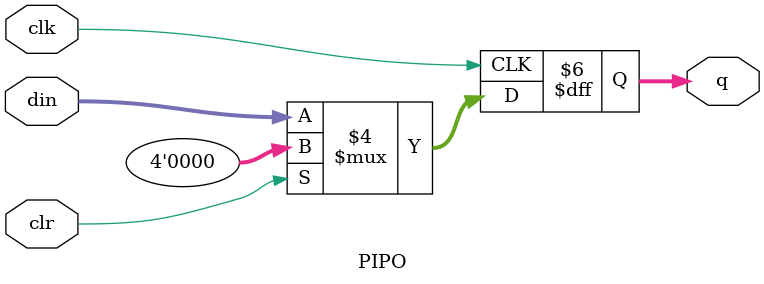
<source format=v>
`timescale 1ns / 1ps

module PIPO(
input [3:0] din,
input clk,clr,
output reg [3:0] q
    );
    
    always@(posedge clk)
    begin
    if(clr==1'b1)
    q<=4'b0000;
    else begin
     q<=din;
    end
    end
   
endmodule

</source>
